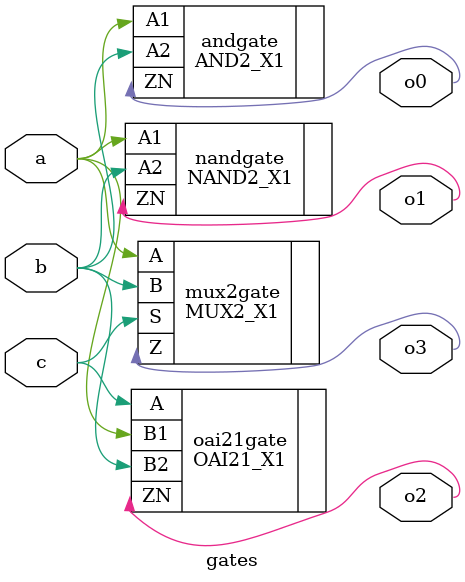
<source format=v>
module gates (a, b, c, o0, o1, o2, o3 );
input a;
input b;
input c;
output o0;
output o1;
output o2;
output o3;

AND2_X1 andgate (.A1 ( a ) , .A2 ( b ) , .ZN ( o0 ) ) ;
NAND2_X1 nandgate (.A1 ( a ) , .A2 ( b ) , .ZN ( o1 ) ) ;
OAI21_X1 oai21gate (.B1(a), .B2(b), .A(c), .ZN(o2) ) ;
MUX2_X1 mux2gate (.A(a), .B(b), .S(c), .Z(o3)) ;

endmodule
</source>
